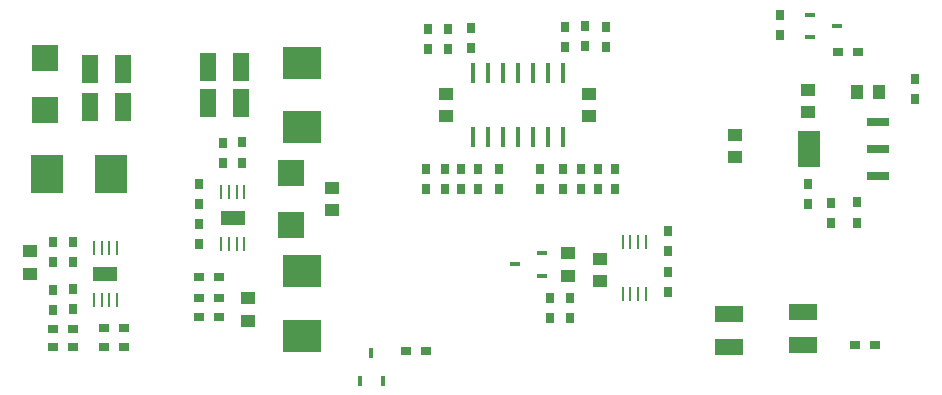
<source format=gbr>
G04 DipTrace 2.4.0.2*
%INTopPaste.gbr*%
%MOIN*%
%ADD45R,0.0156X0.0707*%
%ADD47R,0.0766X0.12*%
%ADD49R,0.0766X0.0294*%
%ADD51R,0.0786X0.0511*%
%ADD53R,0.0077X0.0471*%
%ADD55R,0.0176X0.0333*%
%ADD57R,0.0333X0.0176*%
%ADD59R,0.1298X0.1081*%
%ADD61R,0.1081X0.1298*%
%ADD67R,0.0865X0.0865*%
%ADD69R,0.0983X0.055*%
%ADD71R,0.0432X0.0511*%
%ADD73R,0.0353X0.0314*%
%ADD75R,0.055X0.0983*%
%ADD77R,0.0314X0.0353*%
%ADD79R,0.0511X0.0432*%
%FSLAX44Y44*%
G04*
G70*
G90*
G75*
G01*
%LNTopPaste*%
%LPD*%
D79*
X5441Y10066D3*
Y9318D3*
D77*
X6878Y10378D3*
Y9709D3*
D75*
X7441Y14879D3*
X8543D3*
X7441Y16128D3*
X8543D3*
D73*
X8566Y6878D3*
X7897D3*
D77*
X6191Y8110D3*
Y8779D3*
X6878Y8128D3*
Y8797D3*
D79*
X12691Y8503D3*
Y7755D3*
D77*
X11879Y13003D3*
Y13673D3*
D79*
X15504Y11441D3*
Y12189D3*
D75*
X11379Y15004D3*
X12481D3*
X11379Y16191D3*
X12481D3*
D77*
X11066Y10316D3*
Y10985D3*
D73*
Y7878D3*
X11736D3*
X11754Y9191D3*
X11085D3*
D71*
X33752Y15377D3*
X33003D3*
D79*
X31377Y14690D3*
Y15438D3*
D77*
X32127Y11672D3*
Y11002D3*
X19255Y12129D3*
Y12798D3*
D79*
X24443Y9065D3*
Y9814D3*
X23380Y9253D3*
Y10001D3*
D77*
X24380Y12129D3*
Y12798D3*
X19380Y16816D3*
Y17486D3*
X23943Y16897D3*
Y17566D3*
D79*
X19317Y14566D3*
Y15314D3*
X24067Y14566D3*
Y15314D3*
X28940Y13190D3*
Y13938D3*
D69*
X28753Y6878D3*
Y7980D3*
X31190Y6940D3*
Y8042D3*
D67*
X5941Y16504D3*
Y14772D3*
X14129Y10941D3*
Y12673D3*
D61*
X6003Y12628D3*
X8149D3*
D59*
X14504Y7253D3*
Y9399D3*
Y14191D3*
Y16336D3*
D57*
X31440Y17940D3*
Y17192D3*
X32346Y17566D3*
D55*
X16440Y5753D3*
X17188D3*
X16814Y6658D3*
D73*
X8566Y7503D3*
X7897D3*
X6191Y6860D3*
X6860D3*
X6878Y7485D3*
X6209D3*
D77*
X6191Y9690D3*
Y10360D3*
X12504Y13691D3*
Y13022D3*
X11066Y11628D3*
Y12298D3*
D73*
Y8503D3*
X11736D3*
D77*
X31377Y11628D3*
Y12297D3*
X33002Y11021D3*
Y11690D3*
X30440Y17940D3*
Y17271D3*
D73*
X32378Y16690D3*
X33047D3*
D77*
X34940Y15127D3*
Y15797D3*
X22755Y8503D3*
Y7834D3*
X23443Y8503D3*
Y7834D3*
X26693Y10066D3*
Y10735D3*
Y8690D3*
Y9360D3*
X20380Y12129D3*
Y12798D3*
X19817Y12129D3*
Y12798D3*
X18630Y12816D3*
Y12147D3*
X23192Y12129D3*
Y12798D3*
X23817Y12129D3*
Y12798D3*
X24942Y12816D3*
Y12147D3*
X20130Y17504D3*
Y16835D3*
X18692Y16816D3*
Y17486D3*
X23255Y17548D3*
Y16879D3*
X24630D3*
Y17548D3*
D73*
X18628Y6752D3*
X17958D3*
X32940Y6940D3*
X33609D3*
D77*
X21065Y12127D3*
Y12797D3*
X22440Y12127D3*
Y12797D3*
D53*
X7566Y8440D3*
X7822D3*
X8078D3*
X8334D3*
Y10173D3*
X8078D3*
X7822D3*
X7566D3*
D51*
X7950Y9307D3*
D53*
X11816Y10316D3*
X12072D3*
X12328D3*
X12584D3*
Y12048D3*
X12328D3*
X12072D3*
X11816D3*
D51*
X12200Y11182D3*
D49*
X33690Y12565D3*
Y13471D3*
Y14376D3*
D47*
X31407Y13471D3*
D53*
X25193Y8628D3*
X25449D3*
X25705D3*
X25960D3*
Y10360D3*
X25705D3*
X25449D3*
X25193D3*
D57*
X22505Y9253D3*
Y10001D3*
X21599Y9627D3*
D45*
X20192Y13879D3*
X20692D3*
X21192D3*
X21692D3*
X22192D3*
X22692D3*
X23192D3*
Y16005D3*
X22692D3*
X22192D3*
X21692D3*
X21192D3*
X20692D3*
X20192D3*
M02*

</source>
